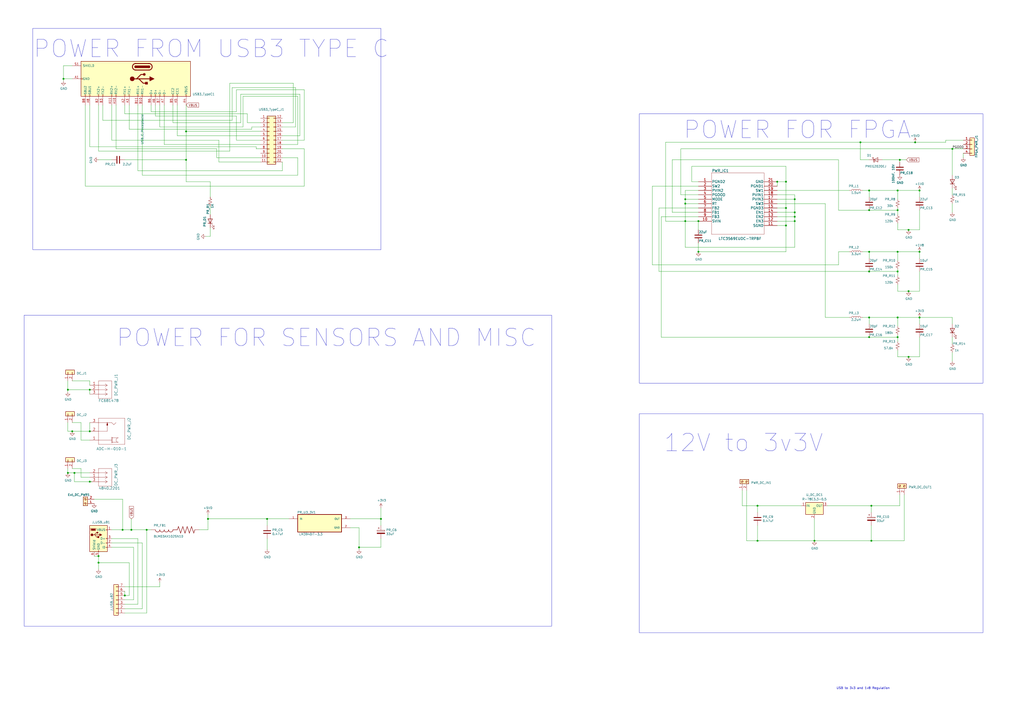
<source format=kicad_sch>
(kicad_sch (version 20230121) (generator eeschema)
  (paper "A2")
  (lib_symbols
    (symbol "BLM03AX102SN1D:BLM03AX102SN1D" (pin_numbers hide) (pin_names (offset 1.016) hide)
      (property "Reference" "FL" (at -12.7 5.08 0))
      (property "Value" "BLM03AX102SN1D" (at -12.7 -5.08 0))
      (symbol "BLM03AX102SN1D_0_0"
        (pin passive line (at -15.24 0 0) (length 2.54) (name "~") (number "1"))
        (pin passive line (at 12.7 0 180) (length 2.54) (name "~") (number "2"))
      )
    )
    (symbol "Connector:Screw_Terminal_01x02" (pin_names (offset 1.016) hide)
      (property "Reference" "J" (at 0 2.54 0))
      (property "Value" "Screw_Terminal_01x02" (at 0 -5.08 0))
      (symbol "Screw_Terminal_01x02_1_1"
        (pin passive line (at -5.08 0 0) (length 3.81) (name "Pin_1") (number "1"))
        (pin passive line (at -5.08 -2.54 0) (length 3.81) (name "Pin_2") (number "2"))
      )
    )
    (symbol "Connector:USB_B_Micro" (pin_names (offset 1.016))
      (property "Reference" "J" (at -5.08 11.43 0))
      (property "Value" "USB_B_Micro" (at -5.08 8.89 0))
      (symbol "USB_B_Micro_1_1"
        (pin power_out line (at 7.62 5.08 180) (length 2.54) (name "VBUS") (number "1"))
        (pin bidirectional line (at 7.62 -2.54 180) (length 2.54) (name "D-") (number "2"))
        (pin bidirectional line (at 7.62 0 180) (length 2.54) (name "D+") (number "3"))
        (pin passive line (at 7.62 -5.08 180) (length 2.54) (name "ID") (number "4"))
        (pin power_out line (at 0 -10.16 90) (length 2.54) (name "GND") (number "5"))
        (pin passive line (at -2.54 -10.16 90) (length 2.54) (name "Shield") (number "6"))
      )
    )
    (symbol "Connector:USB_C_Receptacle" (pin_names (offset 1.016))
      (property "Reference" "J" (at -10.16 29.21 0))
      (property "Value" "USB_C_Receptacle" (at 10.16 29.21 0))
      (symbol "USB_C_Receptacle_1_1"
        (pin passive line (at 0 -40.64 90) (length 5.08) (name "GND") (number "A1"))
        (pin bidirectional line (at 15.24 -15.24 180) (length 5.08) (name "RX2-") (number "A10"))
        (pin bidirectional line (at 15.24 -17.78 180) (length 5.08) (name "RX2+") (number "A11"))
        (pin passive line (at 0 -40.64 90) (length 5.08) hide (name "GND") (number "A12"))
        (pin bidirectional line (at 15.24 -10.16 180) (length 5.08) (name "TX1+") (number "A2"))
        (pin bidirectional line (at 15.24 -7.62 180) (length 5.08) (name "TX1-") (number "A3"))
        (pin passive line (at 15.24 25.4 180) (length 5.08) (name "VBUS") (number "A4"))
        (pin bidirectional line (at 15.24 20.32 180) (length 5.08) (name "CC1") (number "A5"))
        (pin bidirectional line (at 15.24 7.62 180) (length 5.08) (name "D+") (number "A6"))
        (pin bidirectional line (at 15.24 12.7 180) (length 5.08) (name "D-") (number "A7"))
        (pin bidirectional line (at 15.24 -30.48 180) (length 5.08) (name "SBU1") (number "A8"))
        (pin passive line (at 15.24 25.4 180) (length 5.08) hide (name "VBUS") (number "A9"))
        (pin passive line (at 0 -40.64 90) (length 5.08) hide (name "GND") (number "B1"))
        (pin bidirectional line (at 15.24 0 180) (length 5.08) (name "RX1-") (number "B10"))
        (pin bidirectional line (at 15.24 -2.54 180) (length 5.08) (name "RX1+") (number "B11"))
        (pin passive line (at 0 -40.64 90) (length 5.08) hide (name "GND") (number "B12"))
        (pin bidirectional line (at 15.24 -25.4 180) (length 5.08) (name "TX2+") (number "B2"))
        (pin bidirectional line (at 15.24 -22.86 180) (length 5.08) (name "TX2-") (number "B3"))
        (pin passive line (at 15.24 25.4 180) (length 5.08) hide (name "VBUS") (number "B4"))
        (pin bidirectional line (at 15.24 17.78 180) (length 5.08) (name "CC2") (number "B5"))
        (pin bidirectional line (at 15.24 5.08 180) (length 5.08) (name "D+") (number "B6"))
        (pin bidirectional line (at 15.24 10.16 180) (length 5.08) (name "D-") (number "B7"))
        (pin bidirectional line (at 15.24 -33.02 180) (length 5.08) (name "SBU2") (number "B8"))
        (pin passive line (at 15.24 25.4 180) (length 5.08) hide (name "VBUS") (number "B9"))
        (pin passive line (at -7.62 -40.64 90) (length 5.08) (name "SHIELD") (number "S1"))
      )
    )
    (symbol "Connector_Generic:Conn_01x02" (pin_names (offset 1.016) hide)
      (property "Reference" "J" (at 0 2.54 0))
      (property "Value" "Conn_01x02" (at 0 -5.08 0))
      (symbol "Conn_01x02_1_1"
        (pin passive line (at -5.08 0 0) (length 3.81) (name "Pin_1") (number "1"))
        (pin passive line (at -5.08 -2.54 0) (length 3.81) (name "Pin_2") (number "2"))
      )
    )
    (symbol "Connector_Generic:Conn_01x04" (pin_names (offset 1.016) hide)
      (property "Reference" "J" (at 0 5.08 0))
      (property "Value" "Conn_01x04" (at 0 -7.62 0))
      (symbol "Conn_01x04_1_1"
        (pin passive line (at -5.08 2.54 0) (length 3.81) (name "Pin_1") (number "1"))
        (pin passive line (at -5.08 0 0) (length 3.81) (name "Pin_2") (number "2"))
        (pin passive line (at -5.08 -2.54 0) (length 3.81) (name "Pin_3") (number "3"))
        (pin passive line (at -5.08 -5.08 0) (length 3.81) (name "Pin_4") (number "4"))
      )
    )
    (symbol "Connector_Generic:Conn_01x07" (pin_names (offset 1.016) hide)
      (property "Reference" "J" (at 0 10.16 0))
      (property "Value" "Conn_01x07" (at 0 -10.16 0))
      (symbol "Conn_01x07_1_1"
        (pin passive line (at -5.08 7.62 0) (length 3.81) (name "Pin_1") (number "1"))
        (pin passive line (at -5.08 5.08 0) (length 3.81) (name "Pin_2") (number "2"))
        (pin passive line (at -5.08 2.54 0) (length 3.81) (name "Pin_3") (number "3"))
        (pin passive line (at -5.08 0 0) (length 3.81) (name "Pin_4") (number "4"))
        (pin passive line (at -5.08 -2.54 0) (length 3.81) (name "Pin_5") (number "5"))
        (pin passive line (at -5.08 -5.08 0) (length 3.81) (name "Pin_6") (number "6"))
        (pin passive line (at -5.08 -7.62 0) (length 3.81) (name "Pin_7") (number "7"))
      )
    )
    (symbol "Connector_Generic:Conn_02x11_Top_Bottom" (pin_names (offset 1.016) hide)
      (property "Reference" "J" (at 1.27 15.24 0))
      (property "Value" "Conn_02x11_Top_Bottom" (at 1.27 -15.24 0))
      (symbol "Conn_02x11_Top_Bottom_1_1"
        (pin passive line (at -5.08 12.7 0) (length 3.81) (name "Pin_1") (number "1"))
        (pin passive line (at -5.08 -10.16 0) (length 3.81) (name "Pin_10") (number "10"))
        (pin passive line (at -5.08 -12.7 0) (length 3.81) (name "Pin_11") (number "11"))
        (pin passive line (at 7.62 12.7 180) (length 3.81) (name "Pin_12") (number "12"))
        (pin passive line (at 7.62 10.16 180) (length 3.81) (name "Pin_13") (number "13"))
        (pin passive line (at 7.62 7.62 180) (length 3.81) (name "Pin_14") (number "14"))
        (pin passive line (at 7.62 5.08 180) (length 3.81) (name "Pin_15") (number "15"))
        (pin passive line (at 7.62 2.54 180) (length 3.81) (name "Pin_16") (number "16"))
        (pin passive line (at 7.62 0 180) (length 3.81) (name "Pin_17") (number "17"))
        (pin passive line (at 7.62 -2.54 180) (length 3.81) (name "Pin_18") (number "18"))
        (pin passive line (at 7.62 -5.08 180) (length 3.81) (name "Pin_19") (number "19"))
        (pin passive line (at -5.08 10.16 0) (length 3.81) (name "Pin_2") (number "2"))
        (pin passive line (at 7.62 -7.62 180) (length 3.81) (name "Pin_20") (number "20"))
        (pin passive line (at 7.62 -10.16 180) (length 3.81) (name "Pin_21") (number "21"))
        (pin passive line (at 7.62 -12.7 180) (length 3.81) (name "Pin_22") (number "22"))
        (pin passive line (at -5.08 7.62 0) (length 3.81) (name "Pin_3") (number "3"))
        (pin passive line (at -5.08 5.08 0) (length 3.81) (name "Pin_4") (number "4"))
        (pin passive line (at -5.08 2.54 0) (length 3.81) (name "Pin_5") (number "5"))
        (pin passive line (at -5.08 0 0) (length 3.81) (name "Pin_6") (number "6"))
        (pin passive line (at -5.08 -2.54 0) (length 3.81) (name "Pin_7") (number "7"))
        (pin passive line (at -5.08 -5.08 0) (length 3.81) (name "Pin_8") (number "8"))
        (pin passive line (at -5.08 -7.62 0) (length 3.81) (name "Pin_9") (number "9"))
      )
    )
    (symbol "DC JACK 1:FC681478" (pin_names (offset 0.254) hide)
      (property "Reference" "J" (at 8.89 6.35 0))
      (property "Value" "FC681478" (at 10.16 -2.54 0))
      (symbol "FC681478_1_1"
        (pin unspecified line (at 0 0 0) (length 5.08) (name "1") (number "1"))
        (pin unspecified line (at 0 -2.54 0) (length 5.08) (name "2") (number "2"))
        (pin unspecified line (at 0 -5.08 0) (length 5.08) (name "3") (number "3"))
      )
    )
    (symbol "DC JACK 2:ADC-H-010-1" (pin_names (offset -0.254) hide)
      (property "Reference" "J" (at -12.7 5.08 0))
      (property "Value" "ADC-H-010-1" (at -7.62 -2.54 0))
      (symbol "ADC-H-010-1_1_1"
        (pin unspecified line (at 0 0 180) (length 5.08) (name "1") (number "1"))
        (pin unspecified line (at 0 -5.08 180) (length 5.08) (name "2") (number "2"))
        (pin unspecified line (at 0 -10.16 180) (length 5.08) (name "3") (number "3"))
      )
    )
    (symbol "DC JACK 3:4840.2201" (pin_names (offset 0.254) hide)
      (property "Reference" "J" (at 8.89 6.35 0))
      (property "Value" "4840.2201" (at 10.16 -2.54 0))
      (symbol "4840.2201_1_1"
        (pin unspecified line (at 0 -2.54 0) (length 5.08) (name "1") (number "1"))
        (pin unspecified line (at 0 0 0) (length 5.08) (name "2") (number "2"))
        (pin unspecified line (at 0 -5.08 0) (length 5.08) (name "3") (number "3"))
      )
    )
    (symbol "Device:C" (pin_numbers hide) (pin_names (offset 0.254))
      (property "Reference" "C" (at 0.635 2.54 0))
      (property "Value" "C" (at 0.635 -2.54 0))
      (symbol "C_1_1"
        (pin passive line (at 0 3.81 270) (length 2.794) (name "~") (number "1"))
        (pin passive line (at 0 -3.81 90) (length 2.794) (name "~") (number "2"))
      )
    )
    (symbol "Device:L" (pin_numbers hide) (pin_names (offset 1.016) hide)
      (property "Reference" "L" (at -1.27 0 90))
      (property "Value" "L" (at 1.905 0 90))
      (symbol "L_1_1"
        (pin passive line (at 0 3.81 270) (length 1.27) (name "1") (number "1"))
        (pin passive line (at 0 -3.81 90) (length 1.27) (name "2") (number "2"))
      )
    )
    (symbol "Device:LED" (pin_numbers hide) (pin_names (offset 1.016) hide)
      (property "Reference" "D" (at 0 2.54 0))
      (property "Value" "LED" (at 0 -2.54 0))
      (symbol "LED_1_1"
        (pin passive line (at -3.81 0 0) (length 2.54) (name "K") (number "1"))
        (pin passive line (at 3.81 0 180) (length 2.54) (name "A") (number "2"))
      )
    )
    (symbol "Device:R_Small_US" (pin_numbers hide) (pin_names (offset 0.254) hide)
      (property "Reference" "R" (at 0.762 0.508 0))
      (property "Value" "R_Small_US" (at 0.762 -1.016 0))
      (symbol "R_Small_US_1_1"
        (pin passive line (at 0 2.54 270) (length 1.016) (name "~") (number "1"))
        (pin passive line (at 0 -2.54 90) (length 1.016) (name "~") (number "2"))
      )
    )
    (symbol "Diode:PMEG2020EJ" (pin_numbers hide) (pin_names hide)
      (property "Reference" "D" (at 0 2.54 0))
      (property "Value" "PMEG2020EJ" (at 0 -2.54 0))
      (symbol "PMEG2020EJ_1_1"
        (pin passive line (at -3.81 0 0) (length 2.54) (name "K") (number "1"))
        (pin passive line (at 3.81 0 180) (length 2.54) (name "A") (number "2"))
      )
    )
    (symbol "FPGAs-Ard_RPi_BB-rescue:CP-Device" (pin_numbers hide) (pin_names (offset 0.254))
      (property "Reference" "C" (at 0.635 2.54 0))
      (property "Value" "Device_CP" (at 0.635 -2.54 0))
      (symbol "CP-Device_1_1"
        (pin passive line (at 0 3.81 270) (length 2.794) (name "~") (number "1"))
        (pin passive line (at 0 -3.81 90) (length 2.794) (name "~") (number "2"))
      )
    )
    (symbol "LM3940IT-3.3:LM3940IT-3.3" (pin_names (offset 1.016))
      (property "Reference" "U" (at -12.7 6.0706 0))
      (property "Value" "LM3940IT-3.3" (at -12.7 -9.0678 0))
      (symbol "LM3940IT-3.3_0_0"
        (pin input line (at -17.78 2.54 0) (length 5.08) (name "IN") (number "1"))
        (pin power_in line (at 17.78 -2.54 180) (length 5.08) (name "GND") (number "2"))
        (pin output line (at 17.78 2.54 180) (length 5.08) (name "OUT") (number "3"))
      )
    )
    (symbol "LTC3569EUDC#TRPBF:LTC3569EUDC-TRPBF" (pin_names (offset 0.254))
      (property "Reference" "IC" (at 22.86 10.16 0))
      (property "Value" "LTC3569EUDC-TRPBF" (at 22.86 7.62 0))
      (symbol "LTC3569EUDC-TRPBF_1_1"
        (pin power_in line (at 0 0 0) (length 7.62) (name "PGND2") (number "1"))
        (pin unspecified line (at 0 -22.86 0) (length 7.62) (name "SVIN") (number "10"))
        (pin power_in line (at 45.72 -25.4 180) (length 7.62) (name "SGND") (number "11"))
        (pin bidirectional line (at 45.72 -22.86 180) (length 7.62) (name "EN3") (number "12"))
        (pin bidirectional line (at 45.72 -20.32 180) (length 7.62) (name "EN2") (number "13"))
        (pin bidirectional line (at 45.72 -17.78 180) (length 7.62) (name "EN1") (number "14"))
        (pin power_in line (at 45.72 -15.24 180) (length 7.62) (name "PGND3") (number "15"))
        (pin unspecified line (at 45.72 -12.7 180) (length 7.62) (name "SW3") (number "16"))
        (pin input line (at 45.72 -10.16 180) (length 7.62) (name "PVIN3") (number "17"))
        (pin input line (at 45.72 -7.62 180) (length 7.62) (name "PVIN1") (number "18"))
        (pin bidirectional line (at 45.72 -5.08 180) (length 7.62) (name "SW1") (number "19"))
        (pin bidirectional line (at 0 -2.54 0) (length 7.62) (name "SW2") (number "2"))
        (pin power_in line (at 45.72 -2.54 180) (length 7.62) (name "PGND1") (number "20"))
        (pin power_in line (at 45.72 0 180) (length 7.62) (name "GND") (number "21"))
        (pin input line (at 0 -5.08 0) (length 7.62) (name "PVIN2") (number "3"))
        (pin power_in line (at 0 -7.62 0) (length 7.62) (name "PGOOD") (number "4"))
        (pin unspecified line (at 0 -10.16 0) (length 7.62) (name "MODE") (number "5"))
        (pin unspecified line (at 0 -12.7 0) (length 7.62) (name "RT") (number "6"))
        (pin bidirectional line (at 0 -15.24 0) (length 7.62) (name "FB2") (number "7"))
        (pin bidirectional line (at 0 -17.78 0) (length 7.62) (name "FB1") (number "8"))
        (pin bidirectional line (at 0 -20.32 0) (length 7.62) (name "FB3") (number "9"))
      )
    )
    (symbol "Regulator_Switching:R-78E3.3-0.5" (pin_names (offset 0.254))
      (property "Reference" "U" (at -3.81 3.175 0))
      (property "Value" "R-78E3.3-0.5" (at 0 3.175 0))
      (symbol "R-78E3.3-0.5_1_1"
        (pin power_in line (at -7.62 0 0) (length 2.54) (name "IN") (number "1"))
        (pin power_in line (at 0 -7.62 90) (length 2.54) (name "GND") (number "2"))
        (pin power_out line (at 7.62 0 180) (length 2.54) (name "OUT") (number "3"))
      )
    )
    (symbol "power:+1V0" (power) (pin_names (offset 0))
      (property "Value" "+1V0" (at 0 3.556 0))
      (symbol "+1V0_1_1"
        (pin power_in line (at 0 0 90) (length 0) hide (name "+1V0") (number "1"))
      )
    )
    (symbol "power:+1V8" (power) (pin_names (offset 0))
      (property "Value" "+1V8" (at 0 3.556 0))
      (symbol "+1V8_1_1"
        (pin power_in line (at 0 0 90) (length 0) hide (name "+1V8") (number "1"))
      )
    )
    (symbol "power:+3V3" (power) (pin_names (offset 0))
      (property "Value" "+3V3" (at 0 3.556 0))
      (symbol "+3V3_1_1"
        (pin power_in line (at 0 0 90) (length 0) hide (name "+3V3") (number "1"))
      )
    )
    (symbol "power:+5VD" (power) (pin_names (offset 0))
      (property "Value" "+5VD" (at 0 3.556 0))
      (symbol "+5VD_1_1"
        (pin power_in line (at 0 0 90) (length 0) hide (name "+5VD") (number "1"))
      )
    )
    (symbol "power:GND" (power) (pin_names (offset 0))
      (property "Value" "GND" (at 0 -3.81 0))
      (symbol "GND_1_1"
        (pin power_in line (at 0 0 270) (length 0) hide (name "GND") (number "1"))
      )
    )
  )
  (junction (at 439.42 293.37))
  (junction (at 504.19 184.15))
  (junction (at 52.07 279.4))
  (junction (at 455.93 130.81))
  (junction (at 505.46 293.37))
  (junction (at 208.28 317.5))
  (junction (at 220.98 300.99))
  (junction (at 120.65 300.99))
  (junction (at 397.51 115.57))
  (junction (at 520.7 195.58))
  (junction (at 405.13 128.27))
  (junction (at 461.01 125.73))
  (junction (at 520.7 146.05))
  (junction (at 461.01 115.57))
  (junction (at 461.01 123.19))
  (junction (at 71.12 307.34))
  (junction (at 533.4 110.49))
  (junction (at 520.7 121.92))
  (junction (at 405.13 146.05))
  (junction (at 504.19 121.92))
  (junction (at 36.83 45.72))
  (junction (at 76.2 307.34))
  (junction (at 504.19 195.58))
  (junction (at 533.4 146.05))
  (junction (at 527.05 207.01))
  (junction (at 107.95 76.2))
  (junction (at 472.44 313.69))
  (junction (at 499.11 82.55))
  (junction (at 533.4 184.15))
  (junction (at 397.51 128.27))
  (junction (at 527.05 133.35))
  (junction (at 52.07 250.19))
  (junction (at 527.05 168.91))
  (junction (at 520.7 157.48))
  (junction (at 57.15 322.58))
  (junction (at 107.95 92.71))
  (junction (at 439.42 313.69))
  (junction (at 504.19 157.48))
  (junction (at 552.45 86.36))
  (junction (at 504.19 146.05))
  (junction (at 39.37 226.06))
  (junction (at 72.39 345.44))
  (junction (at 461.01 128.27))
  (junction (at 43.18 274.32))
  (junction (at 504.19 110.49))
  (junction (at 530.86 82.55))
  (junction (at 505.46 313.69))
  (junction (at 41.91 250.19))
  (junction (at 520.7 110.49))
  (junction (at 455.93 120.65))
  (junction (at 455.93 105.41))
  (junction (at 85.09 307.34))
  (junction (at 521.97 92.71))
  (junction (at 450.85 105.41))
  (junction (at 57.15 326.39))
  (junction (at 52.07 226.06))
  (junction (at 154.94 300.99))
  (junction (at 397.51 118.11))
  (junction (at 520.7 184.15))
  (junction (at 39.37 274.32))
  (wire (pts (xy 43.18 279.4) (xy 43.18 274.32)))
  (wire (pts (xy 163.83 93.98) (xy 163.83 99.06)))
  (polyline (pts (xy 19.05 16.51) (xy 220.98 16.51)))
  (wire (pts (xy 450.85 110.49) (xy 492.76 110.49)))
  (wire (pts (xy 39.37 250.19) (xy 41.91 250.19)))
  (wire (pts (xy 72.39 340.36) (xy 92.71 340.36)))
  (wire (pts (xy 140.97 55.88) (xy 172.72 55.88)))
  (wire (pts (xy 172.72 83.82) (xy 163.83 83.82)))
  (wire (pts (xy 87.63 307.34) (xy 85.09 307.34)))
  (wire (pts (xy 520.7 195.58) (xy 520.7 198.12)))
  (wire (pts (xy 405.13 128.27) (xy 405.13 133.35)))
  (wire (pts (xy 85.09 307.34) (xy 85.09 355.6)))
  (wire (pts (xy 107.95 76.2) (xy 151.13 76.2)))
  (wire (pts (xy 107.95 76.2) (xy 107.95 92.71)))
  (wire (pts (xy 203.2 306.07) (xy 208.28 306.07)))
  (wire (pts (xy 133.35 48.26) (xy 133.35 87.63)))
  (wire (pts (xy 500.38 146.05) (xy 504.19 146.05)))
  (wire (pts (xy 172.72 91.44) (xy 163.83 91.44)))
  (wire (pts (xy 533.4 149.86) (xy 533.4 146.05)))
  (wire (pts (xy 64.77 92.71) (xy 57.15 92.71)))
  (wire (pts (xy 173.99 54.61) (xy 173.99 78.74)))
  (wire (pts (xy 82.55 314.96) (xy 82.55 353.06)))
  (wire (pts (xy 64.77 312.42) (xy 80.01 312.42)))
  (wire (pts (xy 46.99 245.11) (xy 46.99 255.27)))
  (wire (pts (xy 80.01 99.06) (xy 80.01 60.96)))
  (wire (pts (xy 383.54 195.58) (xy 504.19 195.58)))
  (wire (pts (xy 36.83 45.72) (xy 41.91 45.72)))
  (wire (pts (xy 472.44 300.99) (xy 472.44 313.69)))
  (wire (pts (xy 72.39 347.98) (xy 77.47 347.98)))
  (wire (pts (xy 151.13 78.74) (xy 102.87 78.74)))
  (wire (pts (xy 504.19 110.49) (xy 504.19 114.3)))
  (wire (pts (xy 72.39 350.52) (xy 80.01 350.52)))
  (wire (pts (xy 439.42 313.69) (xy 472.44 313.69)))
  (wire (pts (xy 397.51 118.11) (xy 397.51 128.27)))
  (wire (pts (xy 220.98 294.64) (xy 220.98 300.99)))
  (wire (pts (xy 450.85 120.65) (xy 455.93 120.65)))
  (wire (pts (xy 71.12 307.34) (xy 76.2 307.34)))
  (wire (pts (xy 405.13 110.49) (xy 397.51 110.49)))
  (wire (pts (xy 67.31 86.36) (xy 125.73 86.36)))
  (wire (pts (xy 39.37 220.98) (xy 39.37 226.06)))
  (wire (pts (xy 39.37 271.78) (xy 39.37 274.32)))
  (wire (pts (xy 520.7 168.91) (xy 520.7 165.1)))
  (polyline (pts (xy 19.05 144.78) (xy 19.05 16.51)))
  (wire (pts (xy 64.77 314.96) (xy 82.55 314.96)))
  (wire (pts (xy 41.91 250.19) (xy 52.07 250.19)))
  (wire (pts (xy 95.25 60.96) (xy 95.25 83.82)))
  (wire (pts (xy 405.13 105.41) (xy 401.32 105.41)))
  (wire (pts (xy 90.17 67.31) (xy 90.17 60.96)))
  (wire (pts (xy 140.97 73.66) (xy 140.97 55.88)))
  (polyline (pts (xy 220.98 144.78) (xy 19.05 144.78)))
  (wire (pts (xy 389.89 123.19) (xy 389.89 92.71)))
  (wire (pts (xy 57.15 322.58) (xy 57.15 326.39)))
  (wire (pts (xy 170.18 48.26) (xy 133.35 48.26)))
  (wire (pts (xy 533.4 207.01) (xy 527.05 207.01)))
  (wire (pts (xy 500.38 110.49) (xy 504.19 110.49)))
  (wire (pts (xy 133.35 87.63) (xy 57.15 87.63)))
  (wire (pts (xy 450.85 113.03) (xy 461.01 113.03)))
  (wire (pts (xy 389.89 92.71) (xy 486.41 92.71)))
  (wire (pts (xy 208.28 317.5) (xy 208.28 318.77)))
  (wire (pts (xy 552.45 204.47) (xy 552.45 209.55)))
  (wire (pts (xy 548.64 82.55) (xy 530.86 82.55)))
  (wire (pts (xy 173.99 78.74) (xy 163.83 78.74)))
  (wire (pts (xy 558.8 88.9) (xy 558.8 91.44)))
  (wire (pts (xy 154.94 312.42) (xy 154.94 318.77)))
  (wire (pts (xy 72.39 342.9) (xy 72.39 345.44)))
  (wire (pts (xy 54.61 289.56) (xy 71.12 289.56)))
  (wire (pts (xy 397.51 110.49) (xy 397.51 115.57)))
  (wire (pts (xy 405.13 123.19) (xy 389.89 123.19)))
  (wire (pts (xy 405.13 118.11) (xy 397.51 118.11)))
  (wire (pts (xy 115.57 307.34) (xy 120.65 307.34)))
  (wire (pts (xy 455.93 130.81) (xy 455.93 146.05)))
  (wire (pts (xy 121.92 132.08) (xy 121.92 137.16)))
  (wire (pts (xy 505.46 304.8) (xy 505.46 313.69)))
  (wire (pts (xy 520.7 115.57) (xy 520.7 110.49)))
  (wire (pts (xy 397.51 128.27) (xy 405.13 128.27)))
  (wire (pts (xy 480.06 293.37) (xy 505.46 293.37)))
  (wire (pts (xy 46.99 255.27) (xy 52.07 255.27)))
  (wire (pts (xy 533.4 146.05) (xy 520.7 146.05)))
  (wire (pts (xy 92.71 340.36) (xy 92.71 337.82)))
  (wire (pts (xy 146.05 73.66) (xy 151.13 73.66)))
  (wire (pts (xy 95.25 83.82) (xy 151.13 83.82)))
  (wire (pts (xy 39.37 245.11) (xy 39.37 250.19)))
  (wire (pts (xy 486.41 153.67) (xy 486.41 146.05)))
  (wire (pts (xy 171.45 50.8) (xy 171.45 73.66)))
  (wire (pts (xy 71.12 289.56) (xy 71.12 307.34)))
  (wire (pts (xy 41.91 245.11) (xy 46.99 245.11)))
  (wire (pts (xy 455.93 120.65) (xy 455.93 130.81)))
  (wire (pts (xy 64.77 81.28) (xy 127 81.28)))
  (wire (pts (xy 461.01 113.03) (xy 461.01 115.57)))
  (wire (pts (xy 533.4 121.92) (xy 533.4 133.35)))
  (wire (pts (xy 552.45 195.58) (xy 552.45 199.39)))
  (wire (pts (xy 92.71 60.96) (xy 92.71 73.66)))
  (wire (pts (xy 125.73 86.36) (xy 125.73 91.44)))
  (wire (pts (xy 455.93 130.81) (xy 450.85 130.81)))
  (wire (pts (xy 163.83 71.12) (xy 170.18 71.12)))
  (wire (pts (xy 450.85 118.11) (xy 478.79 118.11)))
  (wire (pts (xy 74.93 326.39) (xy 57.15 326.39)))
  (wire (pts (xy 151.13 71.12) (xy 143.51 71.12)))
  (wire (pts (xy 143.51 66.04) (xy 72.39 66.04)))
  (wire (pts (xy 533.4 195.58) (xy 533.4 207.01)))
  (wire (pts (xy 552.45 109.22) (xy 552.45 113.03)))
  (wire (pts (xy 121.92 105.41) (xy 107.95 105.41)))
  (wire (pts (xy 139.7 71.12) (xy 139.7 54.61)))
  (wire (pts (xy 64.77 317.5) (xy 77.47 317.5)))
  (wire (pts (xy 52.07 226.06) (xy 52.07 228.6)))
  (wire (pts (xy 121.92 105.41) (xy 121.92 114.3)))
  (wire (pts (xy 82.55 60.96) (xy 82.55 101.6)))
  (wire (pts (xy 401.32 96.52) (xy 455.93 96.52)))
  (wire (pts (xy 137.16 81.28) (xy 151.13 81.28)))
  (wire (pts (xy 527.05 207.01) (xy 520.7 207.01)))
  (wire (pts (xy 137.16 67.31) (xy 137.16 81.28)))
  (wire (pts (xy 478.79 184.15) (xy 492.76 184.15)))
  (wire (pts (xy 154.94 304.8) (xy 154.94 300.99)))
  (wire (pts (xy 439.42 304.8) (xy 439.42 313.69)))
  (wire (pts (xy 520.7 146.05) (xy 504.19 146.05)))
  (wire (pts (xy 49.53 107.95) (xy 176.53 107.95)))
  (wire (pts (xy 39.37 274.32) (xy 43.18 274.32)))
  (wire (pts (xy 139.7 54.61) (xy 173.99 54.61)))
  (wire (pts (xy 533.4 133.35) (xy 527.05 133.35)))
  (wire (pts (xy 461.01 143.51) (xy 397.51 143.51)))
  (wire (pts (xy 203.2 300.99) (xy 220.98 300.99)))
  (wire (pts (xy 552.45 86.36) (xy 552.45 101.6)))
  (wire (pts (xy 382.27 157.48) (xy 504.19 157.48)))
  (wire (pts (xy 176.53 52.07) (xy 176.53 81.28)))
  (wire (pts (xy 430.53 293.37) (xy 439.42 293.37)))
  (wire (pts (xy 67.31 60.96) (xy 67.31 86.36)))
  (wire (pts (xy 100.33 71.12) (xy 139.7 71.12)))
  (wire (pts (xy 46.99 271.78) (xy 46.99 276.86)))
  (wire (pts (xy 107.95 60.96) (xy 107.95 76.2)))
  (wire (pts (xy 121.92 119.38) (xy 121.92 124.46)))
  (wire (pts (xy 77.47 317.5) (xy 77.47 347.98)))
  (wire (pts (xy 504.19 121.92) (xy 520.7 121.92)))
  (wire (pts (xy 383.54 125.73) (xy 383.54 195.58)))
  (wire (pts (xy 439.42 293.37) (xy 464.82 293.37)))
  (wire (pts (xy 520.7 194.31) (xy 520.7 195.58)))
  (wire (pts (xy 127 93.98) (xy 151.13 93.98)))
  (wire (pts (xy 176.53 86.36) (xy 163.83 86.36)))
  (wire (pts (xy 433.07 284.48) (xy 433.07 313.69)))
  (wire (pts (xy 72.39 66.04) (xy 72.39 60.96)))
  (wire (pts (xy 455.93 105.41) (xy 455.93 120.65)))
  (wire (pts (xy 220.98 300.99) (xy 220.98 304.8)))
  (wire (pts (xy 80.01 312.42) (xy 80.01 350.52)))
  (wire (pts (xy 386.08 128.27) (xy 397.51 128.27)))
  (wire (pts (xy 405.13 140.97) (xy 405.13 146.05)))
  (wire (pts (xy 134.62 69.85) (xy 134.62 50.8)))
  (wire (pts (xy 524.51 287.02) (xy 524.51 313.69)))
  (wire (pts (xy 72.39 355.6) (xy 85.09 355.6)))
  (wire (pts (xy 146.05 74.93) (xy 146.05 73.66)))
  (wire (pts (xy 394.97 86.36) (xy 394.97 113.03)))
  (wire (pts (xy 500.38 184.15) (xy 504.19 184.15)))
  (wire (pts (xy 552.45 184.15) (xy 552.45 187.96)))
  (wire (pts (xy 100.33 60.96) (xy 100.33 71.12)))
  (wire (pts (xy 76.2 307.34) (xy 85.09 307.34)))
  (wire (pts (xy 405.13 125.73) (xy 383.54 125.73)))
  (wire (pts (xy 533.4 114.3) (xy 533.4 110.49)))
  (wire (pts (xy 57.15 326.39) (xy 57.15 330.2)))
  (wire (pts (xy 148.59 85.09) (xy 148.59 86.36)))
  (wire (pts (xy 552.45 86.36) (xy 558.8 86.36)))
  (polyline (pts (xy 220.98 16.51) (xy 220.98 144.78)))
  (wire (pts (xy 511.81 92.71) (xy 521.97 92.71)))
  (wire (pts (xy 505.46 293.37) (xy 505.46 297.18)))
  (wire (pts (xy 36.83 38.1) (xy 41.91 38.1)))
  (wire (pts (xy 52.07 220.98) (xy 52.07 223.52)))
  (wire (pts (xy 504.19 184.15) (xy 504.19 187.96)))
  (wire (pts (xy 533.4 187.96) (xy 533.4 184.15)))
  (wire (pts (xy 533.4 157.48) (xy 533.4 168.91)))
  (wire (pts (xy 520.7 133.35) (xy 520.7 129.54)))
  (wire (pts (xy 208.28 306.07) (xy 208.28 317.5)))
  (wire (pts (xy 530.86 82.55) (xy 499.11 82.55)))
  (wire (pts (xy 176.53 107.95) (xy 176.53 86.36)))
  (wire (pts (xy 87.63 60.96) (xy 87.63 64.77)))
  (wire (pts (xy 76.2 300.99) (xy 76.2 307.34)))
  (wire (pts (xy 121.92 137.16) (xy 119.38 137.16)))
  (wire (pts (xy 533.4 184.15) (xy 552.45 184.15)))
  (wire (pts (xy 41.91 271.78) (xy 46.99 271.78)))
  (wire (pts (xy 378.46 153.67) (xy 486.41 153.67)))
  (wire (pts (xy 220.98 317.5) (xy 208.28 317.5)))
  (wire (pts (xy 54.61 322.58) (xy 57.15 322.58)))
  (wire (pts (xy 520.7 157.48) (xy 520.7 160.02)))
  (wire (pts (xy 53.34 279.4) (xy 52.07 279.4)))
  (wire (pts (xy 450.85 105.41) (xy 455.93 105.41)))
  (wire (pts (xy 461.01 123.19) (xy 461.01 125.73)))
  (wire (pts (xy 82.55 101.6) (xy 172.72 101.6)))
  (wire (pts (xy 521.97 293.37) (xy 505.46 293.37)))
  (wire (pts (xy 520.7 189.23) (xy 520.7 184.15)))
  (wire (pts (xy 172.72 55.88) (xy 172.72 83.82)))
  (wire (pts (xy 405.13 107.95) (xy 378.46 107.95)))
  (wire (pts (xy 171.45 73.66) (xy 163.83 73.66)))
  (wire (pts (xy 461.01 115.57) (xy 461.01 123.19)))
  (wire (pts (xy 36.83 46.99) (xy 36.83 45.72)))
  (wire (pts (xy 49.53 60.96) (xy 49.53 107.95)))
  (wire (pts (xy 52.07 245.11) (xy 52.07 250.19)))
  (wire (pts (xy 170.18 71.12) (xy 170.18 48.26)))
  (wire (pts (xy 102.87 60.96) (xy 102.87 78.74)))
  (wire (pts (xy 527.05 133.35) (xy 520.7 133.35)))
  (wire (pts (xy 521.97 92.71) (xy 521.97 93.98)))
  (wire (pts (xy 520.7 110.49) (xy 504.19 110.49)))
  (wire (pts (xy 378.46 107.95) (xy 378.46 153.67)))
  (wire (pts (xy 520.7 184.15) (xy 504.19 184.15)))
  (wire (pts (xy 455.93 146.05) (xy 405.13 146.05)))
  (wire (pts (xy 172.72 101.6) (xy 172.72 91.44)))
  (wire (pts (xy 558.8 81.28) (xy 548.64 81.28)))
  (wire (pts (xy 461.01 128.27) (xy 461.01 143.51)))
  (wire (pts (xy 394.97 113.03) (xy 405.13 113.03)))
  (wire (pts (xy 397.51 115.57) (xy 405.13 115.57)))
  (wire (pts (xy 74.93 60.96) (xy 74.93 74.93)))
  (wire (pts (xy 386.08 128.27) (xy 386.08 82.55)))
  (wire (pts (xy 401.32 105.41) (xy 401.32 96.52)))
  (wire (pts (xy 39.37 226.06) (xy 39.37 227.33)))
  (wire (pts (xy 504.19 146.05) (xy 504.19 149.86)))
  (wire (pts (xy 120.65 298.45) (xy 120.65 300.99)))
  (wire (pts (xy 137.16 52.07) (xy 176.53 52.07)))
  (wire (pts (xy 397.51 143.51) (xy 397.51 128.27)))
  (wire (pts (xy 520.7 120.65) (xy 520.7 121.92)))
  (wire (pts (xy 74.93 74.93) (xy 146.05 74.93)))
  (wire (pts (xy 39.37 226.06) (xy 52.07 226.06)))
  (wire (pts (xy 72.39 345.44) (xy 74.93 345.44)))
  (wire (pts (xy 59.69 60.96) (xy 59.69 69.85)))
  (wire (pts (xy 41.91 220.98) (xy 52.07 220.98)))
  (wire (pts (xy 527.05 168.91) (xy 520.7 168.91)))
  (wire (pts (xy 533.4 110.49) (xy 520.7 110.49)))
  (wire (pts (xy 107.95 92.71) (xy 107.95 105.41)))
  (wire (pts (xy 176.53 81.28) (xy 163.83 81.28)))
  (wire (pts (xy 64.77 307.34) (xy 71.12 307.34)))
  (wire (pts (xy 533.4 168.91) (xy 527.05 168.91)))
  (wire (pts (xy 382.27 120.65) (xy 382.27 157.48)))
  (wire (pts (xy 154.94 300.99) (xy 167.64 300.99)))
  (wire (pts (xy 450.85 105.41) (xy 450.85 107.95)))
  (wire (pts (xy 433.07 313.69) (xy 439.42 313.69)))
  (wire (pts (xy 92.71 73.66) (xy 140.97 73.66)))
  (wire (pts (xy 125.73 91.44) (xy 151.13 91.44)))
  (wire (pts (xy 552.45 118.11) (xy 552.45 123.19)))
  (wire (pts (xy 504.19 195.58) (xy 520.7 195.58)))
  (wire (pts (xy 405.13 120.65) (xy 382.27 120.65)))
  (wire (pts (xy 386.08 82.55) (xy 499.11 82.55)))
  (wire (pts (xy 525.78 92.71) (xy 521.97 92.71)))
  (wire (pts (xy 64.77 60.96) (xy 64.77 81.28)))
  (wire (pts (xy 143.51 71.12) (xy 143.51 66.04)))
  (wire (pts (xy 46.99 276.86) (xy 52.07 276.86)))
  (wire (pts (xy 478.79 118.11) (xy 478.79 184.15)))
  (wire (pts (xy 548.64 81.28) (xy 548.64 82.55)))
  (wire (pts (xy 59.69 69.85) (xy 134.62 69.85)))
  (wire (pts (xy 52.07 60.96) (xy 52.07 85.09)))
  (wire (pts (xy 450.85 123.19) (xy 461.01 123.19)))
  (wire (pts (xy 450.85 125.73) (xy 461.01 125.73)))
  (wire (pts (xy 461.01 125.73) (xy 461.01 128.27)))
  (wire (pts (xy 521.97 287.02) (xy 521.97 293.37)))
  (wire (pts (xy 74.93 345.44) (xy 74.93 326.39)))
  (wire (pts (xy 486.41 121.92) (xy 504.19 121.92)))
  (wire (pts (xy 163.83 99.06) (xy 80.01 99.06)))
  (wire (pts (xy 486.41 92.71) (xy 486.41 121.92)))
  (wire (pts (xy 120.65 300.99) (xy 154.94 300.99)))
  (wire (pts (xy 43.18 274.32) (xy 52.07 274.32)))
  (wire (pts (xy 520.7 151.13) (xy 520.7 146.05)))
  (wire (pts (xy 120.65 307.34) (xy 120.65 300.99)))
  (wire (pts (xy 450.85 115.57) (xy 461.01 115.57)))
  (wire (pts (xy 137.16 64.77) (xy 137.16 52.07)))
  (wire (pts (xy 450.85 128.27) (xy 461.01 128.27)))
  (wire (pts (xy 533.4 184.15) (xy 520.7 184.15)))
  (wire (pts (xy 520.7 207.01) (xy 520.7 203.2)))
  (wire (pts (xy 148.59 86.36) (xy 151.13 86.36)))
  (wire (pts (xy 87.63 64.77) (xy 137.16 64.77)))
  (wire (pts (xy 52.07 279.4) (xy 43.18 279.4)))
  (wire (pts (xy 504.19 157.48) (xy 520.7 157.48)))
  (wire (pts (xy 430.53 284.48) (xy 430.53 293.37)))
  (wire (pts (xy 397.51 115.57) (xy 397.51 118.11)))
  (wire (pts (xy 520.7 121.92) (xy 520.7 124.46)))
  (wire (pts (xy 52.07 85.09) (xy 148.59 85.09)))
  (wire (pts (xy 499.11 92.71) (xy 504.19 92.71)))
  (wire (pts (xy 524.51 313.69) (xy 505.46 313.69)))
  (wire (pts (xy 505.46 313.69) (xy 472.44 313.69)))
  (wire (pts (xy 394.97 86.36) (xy 552.45 86.36)))
  (wire (pts (xy 220.98 312.42) (xy 220.98 317.5)))
  (wire (pts (xy 520.7 156.21) (xy 520.7 157.48)))
  (wire (pts (xy 107.95 92.71) (xy 72.39 92.71)))
  (wire (pts (xy 455.93 96.52) (xy 455.93 105.41)))
  (wire (pts (xy 499.11 82.55) (xy 499.11 92.71)))
  (wire (pts (xy 36.83 38.1) (xy 36.83 45.72)))
  (wire (pts (xy 90.17 67.31) (xy 137.16 67.31)))
  (wire (pts (xy 57.15 87.63) (xy 57.15 60.96)))
  (wire (pts (xy 127 81.28) (xy 127 93.98)))
  (wire (pts (xy 439.42 297.18) (xy 439.42 293.37)))
  (wire (pts (xy 486.41 146.05) (xy 492.76 146.05)))
  (wire (pts (xy 134.62 50.8) (xy 171.45 50.8)))
  (wire (pts (xy 72.39 353.06) (xy 82.55 353.06)))
  (rectangle (start 13.97 182.88) (end 320.04 363.22))
  (rectangle (start 370.84 240.03) (end 570.23 367.03))
  (rectangle (start 370.84 66.04) (end 570.23 222.25))
  (text "POWER FOR FPGA" (at 396.24 81.28 0) (effects (font (size 10 10)) (justify left bottom)))
  (text "POWER FOR SENSORS AND MISC\n" (at 67.31 201.93 0) (effects (font (size 10 10)) (justify left bottom)))
  (text "USB to 3v3 and 1v8 Regulation\n" (at 485.14 400.05 0) (effects (font (size 1.27 1.27)) (justify left bottom)))
  (text "POWER FROM USB3 TYPE C\n" (at 19.05 34.29 0) (effects (font (size 10 10)) (justify left bottom)))
  (text "12V to 3v3V" (at 384.81 262.89 0) (effects (font (size 10 10)) (justify left bottom)))
  (label "PGOOD" (at 552.45 86.36 0))
  (global_label "VBUS" (shape input) (at 76.2 300.99 90) (property "Intersheetrefs" "${INTERSHEET_REFS}" (effects hide)))
  (global_label "VBUS" (shape input) (at 525.78 92.71 0) (property "Intersheetrefs" "${INTERSHEET_REFS}" (effects hide)))
  (global_label "VBUS" (shape input) (at 107.95 60.96 0) (property "Intersheetrefs" "${INTERSHEET_REFS}" (effects hide)))
  (symbol (lib_id "power:+3V3") (at 220.98 294.64 0) (unit 1)
    (property "Reference" "#PWR039" (effects hide))
    (property "Value" "+3V3" (at 221.361 290.2458 0))
  )
  (symbol (lib_id "Connector_Generic:Conn_01x07") (at 67.31 347.98 180) (unit 1)
    (property "Reference" "J_USB_uB2" (at 64.77 349.25 90))
    (property "Value" "Conn_01x07" (effects hide))
    (property "Footprint" "Connector_PinHeader_2.54mm:PinHeader_1x07_P2.54mm_Vertical" (effects hide))
  )
  (symbol (lib_id "power:+3V3") (at 92.71 337.82 0) (unit 1)
    (property "Reference" "#PWR027" (effects hide))
    (property "Value" "+3V3" (at 93.091 333.4258 0))
  )
  (symbol (lib_id "power:GND") (at 57.15 330.2 0) (unit 1)
    (property "Reference" "#PWR022" (effects hide))
    (property "Value" "GND" (at 57.277 334.5942 0))
  )
  (symbol (lib_id "Connector:USB_B_Micro") (at 57.15 312.42 0) (unit 1)
    (property "Reference" "J_USB_uB1" (at 58.5978 302.895 0))
    (property "Value" "USB_B_Micro" (effects hide))
    (property "Footprint" "Connector_USB:USB_Micro-B_Molex-105017-0001" (effects hide))
  )
  (symbol (lib_id "Device:C") (at 68.58 92.71 90) (unit 1)
    (property "Reference" "PR_C1" (at 60.96 95.25 90) (effects (justify right)))
    (property "Value" "2.2uF" (at 71.12 95.25 90) (effects (justify right)))
    (property "Footprint" "Capacitor_SMD:C_0805_2012Metric" (effects hide))
  )
  (symbol (lib_id "power:GND") (at 57.15 92.71 270) (unit 1)
    (property "Reference" "#PWR026" (effects hide))
    (property "Value" "GND" (at 52.7558 92.837 0))
  )
  (symbol (lib_id "power:GND") (at 36.83 46.99 0) (unit 1)
    (property "Reference" "#PWR024" (effects hide))
    (property "Value" "GND" (at 36.957 51.3842 0))
  )
  (symbol (lib_id "Device:R_Small_US") (at 121.92 116.84 180) (unit 1)
    (property "Reference" "PR_R1" (at 120.65 118.11 90) (effects (justify left)))
    (property "Value" "1K" (at 123.19 118.11 90) (effects (justify left)))
    (property "Footprint" "Resistor_SMD:R_0201_0603Metric" (effects hide))
  )
  (symbol (lib_id "Device:LED") (at 121.92 128.27 90) (unit 1)
    (property "Reference" "PR_D1" (at 118.745 128.4478 0))
    (property "Value" "LED" (effects hide))
    (property "Footprint" "LED_SMD:LED_0201_0603Metric" (effects hide))
  )
  (symbol (lib_id "power:GND") (at 119.38 137.16 270) (unit 1)
    (property "Reference" "#PWR031" (effects hide))
    (property "Value" "GND" (at 114.9858 137.287 0))
  )
  (symbol (lib_id "BLM03AX102SN1D:BLM03AX102SN1D") (at 102.87 307.34 0) (unit 1)
    (property "Reference" "PR_FB1" (at 92.71 304.8 0))
    (property "Value" "BLM03AX102SN1D" (at 97.79 311.15 0))
    (property "Footprint" "BEADC0603X33N" (effects hide))
  )
  (symbol (lib_id "LM3940IT-3.3:LM3940IT-3.3") (at 185.42 303.53 0) (unit 1)
    (property "Reference" "PR_U3_3V1" (at 177.8 297.18 0))
    (property "Value" "LM3940IT-3.3" (at 180.34 309.88 0))
    (property "Footprint" "TO254P1054X470X1955-3" (effects hide))
  )
  (symbol (lib_id "Device:C") (at 154.94 308.61 0) (unit 1)
    (property "Reference" "PR_C5" (at 157.861 307.4416 0) (effects (justify left)))
    (property "Value" "0.47uf" (at 157.861 309.753 0) (effects (justify left)))
    (property "Footprint" "Capacitor_THT:C_Rect_L4.0mm_W2.5mm_P2.50mm" (effects hide))
  )
  (symbol (lib_id "FPGAs-Ard_RPi_BB-rescue:CP-Device") (at 220.98 308.61 0) (unit 1)
    (property "Reference" "PR_C6" (at 223.9772 307.4416 0) (effects (justify left)))
    (property "Value" "33uF" (at 223.9772 309.753 0) (effects (justify left)))
    (property "Footprint" "Capacitor_THT:CP_Radial_D4.0mm_P2.00mm" (effects hide))
  )
  (symbol (lib_id "power:GND") (at 208.28 318.77 0) (unit 1)
    (property "Reference" "#PWR037" (effects hide))
    (property "Value" "GND" (at 208.407 323.1642 0))
  )
  (symbol (lib_id "power:GND") (at 154.94 318.77 0) (unit 1)
    (property "Reference" "#PWR034" (effects hide))
    (property "Value" "GND" (at 155.067 323.1642 0))
  )
  (symbol (lib_id "power:+5VD") (at 530.86 82.55 0) (unit 1)
    (property "Reference" "#PWR052" (effects hide))
    (property "Value" "+5VD" (at 530.86 78.74 0))
  )
  (symbol (lib_id "Connector:Screw_Terminal_01x02") (at 430.53 279.4 90) (unit 1)
    (property "Reference" "PWR_DC_IN1" (at 435.61 280.035 90) (effects (justify right)))
    (property "Value" "Screw_Terminal_01x02" (effects hide))
    (property "Footprint" "TerminalBlock_4Ucon:TerminalBlock_4Ucon_1x02_P3.50mm_Vertical" (effects hide))
  )
  (symbol (lib_id "Device:R_Small_US") (at 520.7 162.56 180) (unit 1)
    (property "Reference" "PR_R11" (at 519.43 160.02 0) (effects (justify left)))
    (property "Value" "120k" (at 518.16 163.83 0) (effects (justify left)))
    (property "Footprint" "Resistor_SMD:R_0805_2012Metric" (effects hide))
  )
  (symbol (lib_id "power:+5VD") (at 120.65 298.45 0) (unit 1)
    (property "Reference" "#PWR029" (effects hide))
    (property "Value" "+5VD" (at 120.65 294.64 0))
  )
  (symbol (lib_id "power:GND") (at 558.8 91.44 0) (unit 1)
    (property "Reference" "#PWR050" (effects hide))
    (property "Value" "GND" (at 558.927 95.8342 0))
  )
  (symbol (lib_id "power:GND") (at 552.45 209.55 0) (unit 1)
    (property "Reference" "#PWR053" (effects hide))
    (property "Value" "GND" (at 552.577 213.9442 0))
  )
  (symbol (lib_id "DC JACK 3:4840.2201") (at 52.07 274.32 0) (unit 1)
    (property "Reference" "DC_PWR_J3" (at 67.31 281.94 90) (effects (font (size 1.524 1.524)) (justify left)))
    (property "Value" "4840.2201" (at 57.15 283.21 0) (effects (font (size 1.524 1.524)) (justify left)))
    (property "Footprint" "CONN_4840.2201_SCH" (effects hide))
  )
  (symbol (lib_id "power:GND") (at 41.91 250.19 0) (unit 1)
    (property "Reference" "#PWR0125" (effects hide))
    (property "Value" "GND" (at 42.037 254.5842 0))
  )
  (symbol (lib_id "DC JACK 1:FC681478") (at 52.07 223.52 0) (unit 1)
    (property "Reference" "DC_PWR_J1" (at 67.31 229.87 90) (effects (font (size 1.524 1.524)) (justify left)))
    (property "Value" "FC681478" (at 57.15 232.41 0) (effects (font (size 1.524 1.524)) (justify left)))
    (property "Footprint" "CONN3_FC681478_CLF" (effects hide))
  )
  (symbol (lib_id "Connector_Generic:Conn_01x02") (at 39.37 240.03 90) (unit 1)
    (property "Reference" "DC_J2" (at 44.45 240.665 90) (effects (justify right)))
    (property "Value" "Conn_01x02" (effects hide))
    (property "Footprint" "Connector_PinHeader_2.54mm:PinHeader_1x02_P2.54mm_Vertical" (effects hide))
  )
  (symbol (lib_id "Device:LED") (at 552.45 191.77 90) (unit 1)
    (property "Reference" "D2" (at 553.72 189.23 90) (effects (justify right)))
    (property "Value" "LED" (effects hide))
    (property "Footprint" "LED_SMD:LED_0805_2012Metric" (effects hide))
  )
  (symbol (lib_id "Connector:Screw_Terminal_01x02") (at 49.53 292.1 180) (unit 1)
    (property "Reference" "Ext_DC_PWR1" (at 45.72 287.02 0))
    (property "Value" "Screw_Terminal_01x02" (effects hide))
    (property "Footprint" "TerminalBlock:TerminalBlock_Altech_AK300-2_P5.00mm" (effects hide))
  )
  (symbol (lib_id "Device:C") (at 439.42 300.99 0) (unit 1)
    (property "Reference" "PR_C9" (at 442.341 299.8216 0) (effects (justify left)))
    (property "Value" "0.47uf" (at 442.341 302.133 0) (effects (justify left)))
    (property "Footprint" "Capacitor_THT:C_Rect_L4.0mm_W2.5mm_P2.50mm" (effects hide))
  )
  (symbol (lib_id "Device:R_Small_US") (at 520.7 200.66 180) (unit 1)
    (property "Reference" "PR_R13" (at 519.43 198.12 0) (effects (justify left)))
    (property "Value" "57.6k" (at 518.16 201.93 0) (effects (justify left)))
    (property "Footprint" "Resistor_SMD:R_0805_2012Metric" (effects hide))
  )
  (symbol (lib_id "Device:R_Small_US") (at 520.7 127 180) (unit 1)
    (property "Reference" "PR_R9" (at 519.43 124.46 0) (effects (justify left)))
    (property "Value" "120k" (at 518.16 128.27 0) (effects (justify left)))
    (property "Footprint" "Resistor_SMD:R_0805_2012Metric" (effects hide))
  )
  (symbol (lib_id "Regulator_Switching:R-78E3.3-0.5") (at 472.44 293.37 0) (unit 1)
    (property "Reference" "U_DC_DC1" (at 472.44 287.02 0))
    (property "Value" "R-78E3.3-0.5" (at 472.44 289.56 0))
    (property "Footprint" "Converter_DCDC:Converter_DCDC_RECOM_R-78E-0.5_THT" (effects hide))
    (property "Datasheet" "https://www.recom-power.com/pdf/Innoline/R-78Exx-0.5.pdf" (effects hide))
  )
  (symbol (lib_id "Device:L") (at 496.57 110.49 90) (unit 1)
    (property "Reference" "PR_L1" (at 495.3 107.95 90))
    (property "Value" "1.5uH" (at 496.57 111.76 90))
    (property "Footprint" "Inductor_SMD:L_1008_2520Metric" (effects hide))
  )
  (symbol (lib_id "DC JACK 2:ADC-H-010-1") (at 52.07 255.27 180) (unit 1)
    (property "Reference" "DC_PWR_J2" (at 74.93 255.27 90) (effects (font (size 1.524 1.524)) (justify right)))
    (property "Value" "ADC-H-010-1" (at 55.88 260.35 0) (effects (font (size 1.524 1.524)) (justify right)))
    (property "Footprint" "CONN_ADC-H_ADM" (effects hide))
  )
  (symbol (lib_id "power:GND") (at 527.05 207.01 0) (unit 1)
    (property "Reference" "#PWR019" (effects hide))
    (property "Value" "GND" (at 527.177 211.4042 0))
  )
  (symbol (lib_id "Device:R_Small_US") (at 552.45 115.57 180) (unit 1)
    (property "Reference" "PR_R15" (at 560.07 113.03 0) (effects (justify left)))
    (property "Value" "1k" (at 556.26 116.84 0) (effects (justify left)))
    (property "Footprint" "Resistor_SMD:R_0805_2012Metric" (effects hide))
  )
  (symbol (lib_id "power:GND") (at 405.13 146.05 0) (unit 1)
    (property "Reference" "#PWR016" (effects hide))
    (property "Value" "GND" (at 405.257 150.4442 0))
  )
  (symbol (lib_id "power:+3V3") (at 533.4 184.15 0) (unit 1)
    (property "Reference" "#PWR049" (effects hide))
    (property "Value" "+3V3" (at 533.4 180.34 0))
  )
  (symbol (lib_id "Connector_Generic:Conn_01x02") (at 39.37 215.9 90) (unit 1)
    (property "Reference" "DC_J1" (at 44.45 216.535 90) (effects (justify right)))
    (property "Value" "Conn_01x02" (effects hide))
    (property "Footprint" "Connector_PinHeader_2.54mm:PinHeader_1x02_P2.54mm_Vertical" (effects hide))
  )
  (symbol (lib_id "Device:R_Small_US") (at 552.45 201.93 180) (unit 1)
    (property "Reference" "PR_R14" (at 560.07 199.39 0) (effects (justify left)))
    (property "Value" "1k" (at 556.26 203.2 0) (effects (justify left)))
    (property "Footprint" "Resistor_SMD:R_0805_2012Metric" (effects hide))
  )
  (symbol (lib_id "power:GND") (at 527.05 168.91 0) (unit 1)
    (property "Reference" "#PWR018" (effects hide))
    (property "Value" "GND" (at 527.177 173.3042 0))
  )
  (symbol (lib_id "Connector:USB_C_Receptacle") (at 82.55 45.72 270) (unit 1)
    (property "Reference" "USB3_TypeC1" (at 118.11 54.61 90))
    (property "Value" "USB_C_Receptacle" (at 82.55 74.93 0))
    (property "Footprint" "Connector_USB:USB_C_Receptacle_GCT_USB4085" (effects hide))
    (property "Datasheet" "https://www.usb.org/sites/default/files/documents/usb_type-c.zip" (effects hide))
  )
  (symbol (lib_id "Connector_Generic:Conn_01x02") (at 39.37 266.7 90) (unit 1)
    (property "Reference" "DC_J3" (at 44.45 267.335 90) (effects (justify right)))
    (property "Value" "Conn_01x02" (effects hide))
    (property "Footprint" "Connector_PinHeader_2.54mm:PinHeader_1x02_P2.54mm_Vertical" (effects hide))
  )
  (symbol (lib_id "Device:C") (at 504.19 153.67 0) (unit 1)
    (property "Reference" "PR_C14" (at 511.81 156.21 0) (effects (justify right)))
    (property "Value" "20pF" (at 509.27 151.13 0) (effects (justify right)))
    (property "Footprint" "Capacitor_SMD:C_0805_2012Metric" (effects hide))
  )
  (symbol (lib_id "Device:R_Small_US") (at 520.7 153.67 180) (unit 1)
    (property "Reference" "PR_R10" (at 519.43 151.13 0) (effects (justify left)))
    (property "Value" "150k" (at 518.16 154.94 0) (effects (justify left)))
    (property "Footprint" "Resistor_SMD:R_0805_2012Metric" (effects hide))
  )
  (symbol (lib_id "Device:C") (at 533.4 118.11 0) (unit 1)
    (property "Reference" "PR_C13" (at 541.02 120.65 0) (effects (justify right)))
    (property "Value" "22uF" (at 538.48 115.57 0) (effects (justify right)))
    (property "Footprint" "Capacitor_SMD:C_0805_2012Metric" (effects hide))
  )
  (symbol (lib_id "power:+1V8") (at 533.4 146.05 0) (unit 1)
    (property "Reference" "#PWR021" (effects hide))
    (property "Value" "+1V8" (at 533.4 142.24 0))
  )
  (symbol (lib_id "power:+1V0") (at 533.4 110.49 0) (unit 1)
    (property "Reference" "#PWR020" (effects hide))
    (property "Value" "+1V0" (at 533.4 106.68 0))
  )
  (symbol (lib_id "Connector:Screw_Terminal_01x02") (at 521.97 281.94 90) (unit 1)
    (property "Reference" "PWR_DC_OUT1" (at 527.05 282.575 90) (effects (justify right)))
    (property "Value" "Screw_Terminal_01x02" (effects hide))
    (property "Footprint" "TerminalBlock_4Ucon:TerminalBlock_4Ucon_1x02_P3.50mm_Vertical" (effects hide))
  )
  (symbol (lib_id "Device:L") (at 496.57 146.05 90) (unit 1)
    (property "Reference" "PR_L2" (at 495.3 143.51 90))
    (property "Value" "3.3uH" (at 496.57 147.32 90))
    (property "Footprint" "Inductor_SMD:L_1008_2520Metric" (effects hide))
  )
  (symbol (lib_id "Device:C") (at 504.19 191.77 0) (unit 1)
    (property "Reference" "PR_C16" (at 511.81 194.31 0) (effects (justify right)))
    (property "Value" "20pF" (at 509.27 189.23 0) (effects (justify right)))
    (property "Footprint" "Capacitor_SMD:C_0805_2012Metric" (effects hide))
  )
  (symbol (lib_id "LTC3569EUDC#TRPBF:LTC3569EUDC-TRPBF") (at 405.13 105.41 0) (unit 1)
    (property "Reference" "PWR_IC1" (at 417.83 99.06 0) (effects (font (size 1.524 1.524))))
    (property "Value" "LTC3569EUDC-TRPBF" (at 429.26 138.43 0) (effects (font (size 1.524 1.524))))
    (property "Footprint" "QFN20_UDC_3X4_ADI" (effects hide))
  )
  (symbol (lib_id "Connector_Generic:Conn_01x04") (at 563.88 83.82 0) (unit 1)
    (property "Reference" "FPGA_PWR_J1" (at 566.42 91.44 90) (effects (justify left)))
    (property "Value" "Conn_01x04" (effects hide))
    (property "Footprint" "Connector_PinHeader_2.54mm:PinHeader_1x04_P2.54mm_Vertical" (effects hide))
  )
  (symbol (lib_id "Device:C") (at 504.19 118.11 0) (unit 1)
    (property "Reference" "PR_C12" (at 511.81 120.65 0) (effects (justify right)))
    (property "Value" "20pF" (at 509.27 115.57 0) (effects (justify right)))
    (property "Footprint" "Capacitor_SMD:C_0805_2012Metric" (effects hide))
  )
  (symbol (lib_id "Device:R_Small_US") (at 520.7 191.77 180) (unit 1)
    (property "Reference" "PR_R12" (at 519.43 189.23 0) (effects (justify left)))
    (property "Value" "180k" (at 518.16 193.04 0) (effects (justify left)))
    (property "Footprint" "Resistor_SMD:R_0805_2012Metric" (effects hide))
  )
  (symbol (lib_id "power:GND") (at 39.37 227.33 0) (unit 1)
    (property "Reference" "#PWR0124" (effects hide))
    (property "Value" "GND" (at 39.497 231.7242 0))
  )
  (symbol (lib_id "power:GND") (at 39.37 274.32 0) (unit 1)
    (property "Reference" "#PWR0121" (effects hide))
    (property "Value" "GND" (at 39.497 278.7142 0))
  )
  (symbol (lib_id "power:GND") (at 54.61 292.1 0) (unit 1)
    (property "Reference" "#PWR05" (effects hide))
    (property "Value" "GND" (at 54.737 296.4942 0))
  )
  (symbol (lib_id "power:GND") (at 527.05 133.35 0) (unit 1)
    (property "Reference" "#PWR017" (effects hide))
    (property "Value" "GND" (at 527.177 137.7442 0))
  )
  (symbol (lib_id "Device:C") (at 521.97 97.79 0) (unit 1)
    (property "Reference" "PR_C18" (at 529.59 100.33 0) (effects (justify right)))
    (property "Value" "100nF, 10V" (at 518.16 95.25 90) (effects (justify right)))
    (property "Footprint" "Capacitor_SMD:C_0805_2012Metric" (effects hide))
  )
  (symbol (lib_id "power:GND") (at 552.45 123.19 0) (unit 1)
    (property "Reference" "#PWR054" (effects hide))
    (property "Value" "GND" (at 552.577 127.5842 0))
  )
  (symbol (lib_id "power:GND") (at 472.44 313.69 0) (unit 1)
    (property "Reference" "#PWR0107" (effects hide))
    (property "Value" "GND" (at 472.567 318.0842 0))
  )
  (symbol (lib_id "power:GND") (at 521.97 101.6 0) (unit 1)
    (property "Reference" "#PWR051" (effects hide))
    (property "Value" "GND" (at 522.097 105.9942 0))
  )
  (symbol (lib_id "Device:C") (at 533.4 191.77 0) (unit 1)
    (property "Reference" "PR_C17" (at 541.02 194.31 0) (effects (justify right)))
    (property "Value" "10uF" (at 538.48 189.23 0) (effects (justify right)))
    (property "Footprint" "Capacitor_SMD:C_0805_2012Metric" (effects hide))
  )
  (symbol (lib_id "Device:LED") (at 552.45 105.41 90) (unit 1)
    (property "Reference" "D3" (at 553.72 102.87 90) (effects (justify right)))
    (property "Value" "LED" (effects hide))
    (property "Footprint" "LED_SMD:LED_0805_2012Metric" (effects hide))
  )
  (symbol (lib_id "Diode:PMEG2020EJ") (at 508 92.71 0) (unit 1)
    (property "Reference" "D1" (at 504.19 90.17 0))
    (property "Value" "PMEG2020EJ" (at 508 96.52 0))
    (property "Footprint" "Diode_SMD:D_SOD-323F" (effects hide))
    (property "Datasheet" "https://assets.nexperia.com/documents/data-sheet/PMEG2020EH_EJ.pdf" (effects hide))
  )
  (symbol (lib_id "Device:C") (at 533.4 153.67 0) (unit 1)
    (property "Reference" "PR_C15" (at 541.02 156.21 0) (effects (justify right)))
    (property "Value" "10uF" (at 538.48 151.13 0) (effects (justify right)))
    (property "Footprint" "Capacitor_SMD:C_0805_2012Metric" (effects hide))
  )
  (symbol (lib_id "Connector_Generic:Conn_02x11_Top_Bottom") (at 156.21 81.28 0) (unit 1)
    (property "Reference" "USB3_TypeC_J1" (at 157.48 63.5 0))
    (property "Value" "Conn_02x11_Top_Bottom" (effects hide))
    (property "Footprint" "Connector_PinHeader_2.54mm:PinHeader_2x11_P2.54mm_Vertical" (effects hide))
  )
  (symbol (lib_id "Device:C") (at 405.13 137.16 0) (unit 1)
    (property "Reference" "PR_C11" (at 412.75 139.7 0) (effects (justify right)))
    (property "Value" "22uF" (at 410.21 134.62 0) (effects (justify right)))
    (property "Footprint" "Capacitor_SMD:C_0805_2012Metric" (effects hide))
  )
  (symbol (lib_id "FPGAs-Ard_RPi_BB-rescue:CP-Device") (at 505.46 300.99 0) (unit 1)
    (property "Reference" "PR_C10" (at 508.4572 299.8216 0) (effects (justify left)))
    (property "Value" "33uF" (at 508.4572 302.133 0) (effects (justify left)))
    (property "Footprint" "Capacitor_THT:CP_Radial_D4.0mm_P2.00mm" (effects hide))
  )
  (symbol (lib_id "Device:L") (at 496.57 184.15 90) (unit 1)
    (property "Reference" "PR_L3" (at 495.3 181.61 90))
    (property "Value" "2.2uH" (at 496.57 185.42 90))
    (property "Footprint" "Inductor_SMD:L_1008_2520Metric" (effects hide))
  )
  (symbol (lib_id "Device:R_Small_US") (at 520.7 118.11 180) (unit 1)
    (property "Reference" "PR_R8" (at 519.43 115.57 0) (effects (justify left)))
    (property "Value" "30k" (at 518.16 119.38 0) (effects (justify left)))
    (property "Footprint" "Resistor_SMD:R_0805_2012Metric" (effects hide))
  )
)
</source>
